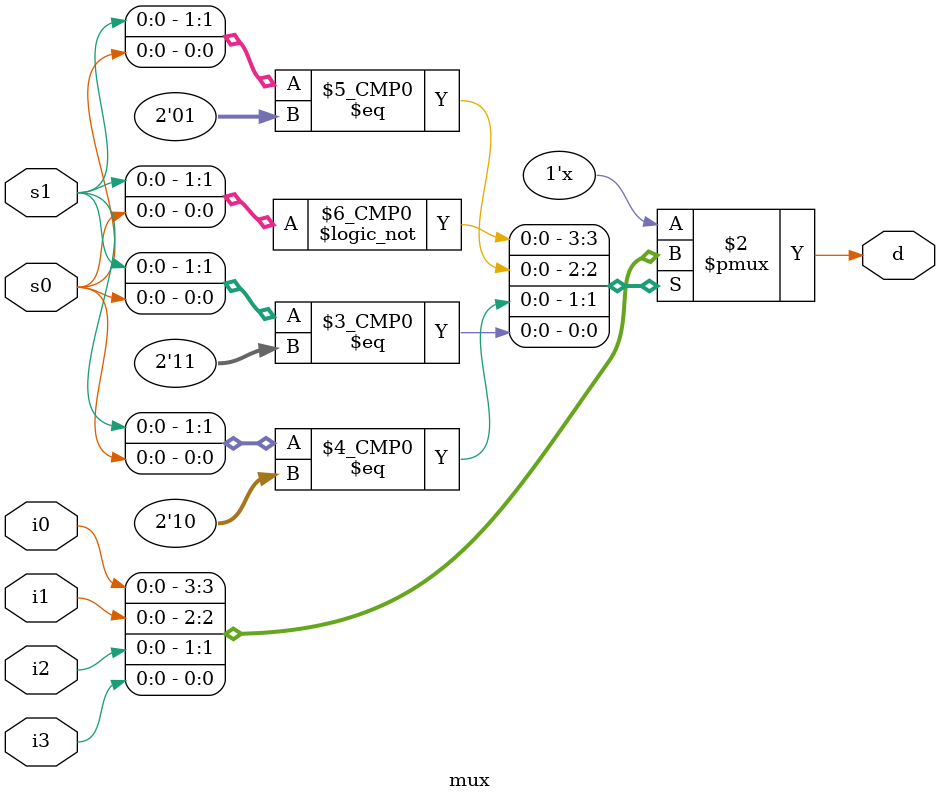
<source format=v>
`timescale 1ns / 1ps

/*
//Structural
module mux(
    input i0,i1,i2,i3,
    input s0,s1,
    output d

    );
    
    wire ns0, ns1; //Complement of select lines
    wire y0,y1,y2,y3; //Intermediate AND gate outputs
    
    not(ns0, s0); 
    not(ns1, s1);
    
    //AND Gates to select the correct output
    and(y0, i0, ns1, ns0); //i0 selected when s1s0 = 00
    and(y1, i1, ns1, s0);  //i1 selected when s1s0 = 01
    and(y2, i2, s1, ns0);  //i2 selected when s1s0 = 10
    and(y3, i3, s1, s0);   //i3 selected when s1s0 = 11
    
    //OR Gate to produce final output
    or(d, y0, y1, y2, y3);
    
endmodule
*/

//Behavioral
module mux(
    input i0,i1,i2,i3, //Data inputs
    input s0,s1,       //Select Lines
    output reg d       //Output
);

always @(*) begin
    case({s1, s0})
        2'b00: d = i0; //When s1s0 = 00, output i0
        2'b01: d = i1; //When s1s0 = 01, output i1
        2'b10: d = i2; //When s1s0 = 10, output i2
        2'b11: d = i3; //When s1s0 = 11, output i3
    endcase
end

endmodule



</source>
